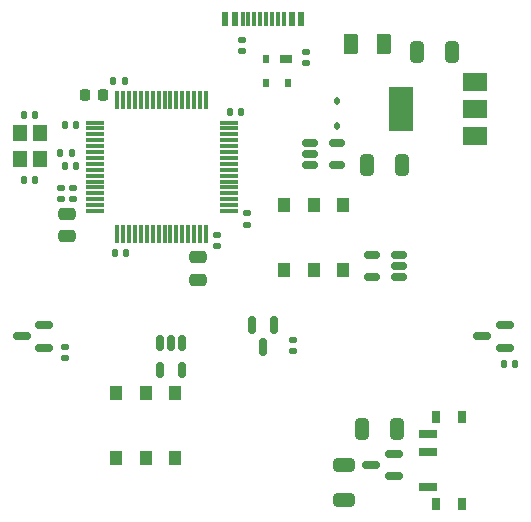
<source format=gbr>
%TF.GenerationSoftware,KiCad,Pcbnew,(7.0.0-0)*%
%TF.CreationDate,2023-03-26T23:48:35-05:00*%
%TF.ProjectId,RP2040_minimal,52503230-3430-45f6-9d69-6e696d616c2e,REV1*%
%TF.SameCoordinates,Original*%
%TF.FileFunction,Paste,Top*%
%TF.FilePolarity,Positive*%
%FSLAX46Y46*%
G04 Gerber Fmt 4.6, Leading zero omitted, Abs format (unit mm)*
G04 Created by KiCad (PCBNEW (7.0.0-0)) date 2023-03-26 23:48:35*
%MOMM*%
%LPD*%
G01*
G04 APERTURE LIST*
G04 Aperture macros list*
%AMRoundRect*
0 Rectangle with rounded corners*
0 $1 Rounding radius*
0 $2 $3 $4 $5 $6 $7 $8 $9 X,Y pos of 4 corners*
0 Add a 4 corners polygon primitive as box body*
4,1,4,$2,$3,$4,$5,$6,$7,$8,$9,$2,$3,0*
0 Add four circle primitives for the rounded corners*
1,1,$1+$1,$2,$3*
1,1,$1+$1,$4,$5*
1,1,$1+$1,$6,$7*
1,1,$1+$1,$8,$9*
0 Add four rect primitives between the rounded corners*
20,1,$1+$1,$2,$3,$4,$5,0*
20,1,$1+$1,$4,$5,$6,$7,0*
20,1,$1+$1,$6,$7,$8,$9,0*
20,1,$1+$1,$8,$9,$2,$3,0*%
G04 Aperture macros list end*
%ADD10RoundRect,0.150000X0.512500X0.150000X-0.512500X0.150000X-0.512500X-0.150000X0.512500X-0.150000X0*%
%ADD11RoundRect,0.250000X0.475000X-0.250000X0.475000X0.250000X-0.475000X0.250000X-0.475000X-0.250000X0*%
%ADD12RoundRect,0.225000X0.225000X0.250000X-0.225000X0.250000X-0.225000X-0.250000X0.225000X-0.250000X0*%
%ADD13RoundRect,0.150000X-0.512500X-0.150000X0.512500X-0.150000X0.512500X0.150000X-0.512500X0.150000X0*%
%ADD14R,0.600000X1.150000*%
%ADD15R,0.300000X1.150000*%
%ADD16RoundRect,0.140000X0.140000X0.170000X-0.140000X0.170000X-0.140000X-0.170000X0.140000X-0.170000X0*%
%ADD17R,0.800000X1.000000*%
%ADD18R,1.500000X0.700000*%
%ADD19RoundRect,0.150000X0.587500X0.150000X-0.587500X0.150000X-0.587500X-0.150000X0.587500X-0.150000X0*%
%ADD20R,1.200000X1.400000*%
%ADD21R,1.000000X0.700000*%
%ADD22R,0.600000X0.700000*%
%ADD23RoundRect,0.250000X-0.325000X-0.650000X0.325000X-0.650000X0.325000X0.650000X-0.325000X0.650000X0*%
%ADD24RoundRect,0.140000X-0.170000X0.140000X-0.170000X-0.140000X0.170000X-0.140000X0.170000X0.140000X0*%
%ADD25RoundRect,0.250000X-0.650000X0.325000X-0.650000X-0.325000X0.650000X-0.325000X0.650000X0.325000X0*%
%ADD26R,1.000000X1.200000*%
%ADD27R,2.000000X1.500000*%
%ADD28R,2.000000X3.800000*%
%ADD29RoundRect,0.140000X0.170000X-0.140000X0.170000X0.140000X-0.170000X0.140000X-0.170000X-0.140000X0*%
%ADD30RoundRect,0.250000X0.325000X0.650000X-0.325000X0.650000X-0.325000X-0.650000X0.325000X-0.650000X0*%
%ADD31RoundRect,0.140000X-0.140000X-0.170000X0.140000X-0.170000X0.140000X0.170000X-0.140000X0.170000X0*%
%ADD32RoundRect,0.135000X0.135000X0.185000X-0.135000X0.185000X-0.135000X-0.185000X0.135000X-0.185000X0*%
%ADD33RoundRect,0.150000X-0.150000X0.587500X-0.150000X-0.587500X0.150000X-0.587500X0.150000X0.587500X0*%
%ADD34RoundRect,0.150000X-0.150000X0.512500X-0.150000X-0.512500X0.150000X-0.512500X0.150000X0.512500X0*%
%ADD35RoundRect,0.112500X0.112500X-0.187500X0.112500X0.187500X-0.112500X0.187500X-0.112500X-0.187500X0*%
%ADD36RoundRect,0.135000X0.185000X-0.135000X0.185000X0.135000X-0.185000X0.135000X-0.185000X-0.135000X0*%
%ADD37RoundRect,0.075000X-0.700000X-0.075000X0.700000X-0.075000X0.700000X0.075000X-0.700000X0.075000X0*%
%ADD38RoundRect,0.075000X-0.075000X-0.700000X0.075000X-0.700000X0.075000X0.700000X-0.075000X0.700000X0*%
%ADD39RoundRect,0.250000X-0.375000X-0.625000X0.375000X-0.625000X0.375000X0.625000X-0.375000X0.625000X0*%
%ADD40RoundRect,0.250000X-0.475000X0.250000X-0.475000X-0.250000X0.475000X-0.250000X0.475000X0.250000X0*%
G04 APERTURE END LIST*
D10*
%TO.C,U6*%
X11497500Y5020000D03*
X11497500Y5970000D03*
X11497500Y6920000D03*
X9222500Y6920000D03*
X9222500Y5020000D03*
%TD*%
D11*
%TO.C,FB1*%
X-16630000Y8460000D03*
X-16630000Y10360000D03*
%TD*%
D12*
%TO.C,C1*%
X-13575000Y20400000D03*
X-15125000Y20400000D03*
%TD*%
D13*
%TO.C,Q1*%
X3970000Y16365000D03*
X3970000Y15415000D03*
X3970000Y14465000D03*
X6245000Y14465000D03*
X6245000Y16365000D03*
%TD*%
D14*
%TO.C,P1*%
X3199999Y26894999D03*
X2399999Y26894999D03*
D15*
X1249999Y26894999D03*
X249999Y26894999D03*
X-249999Y26894999D03*
X-1249999Y26894999D03*
D14*
X-2399999Y26894999D03*
X-3199999Y26894999D03*
X-3199999Y26894999D03*
X-2399999Y26894999D03*
D15*
X-1749999Y26894999D03*
X-749999Y26894999D03*
X749999Y26894999D03*
X1749999Y26894999D03*
D14*
X2399999Y26894999D03*
X3199999Y26894999D03*
%TD*%
D16*
%TO.C,C5*%
X-11580000Y7040000D03*
X-12540000Y7040000D03*
%TD*%
D17*
%TO.C,SW1*%
X14599999Y-14169999D03*
X16809999Y-14169999D03*
X14599999Y-6869999D03*
X16809999Y-6869999D03*
D18*
X13949999Y-12769999D03*
X13949999Y-9769999D03*
X13949999Y-8269999D03*
%TD*%
D19*
%TO.C,U9*%
X20437500Y-950000D03*
X20437500Y950000D03*
X18562500Y0D03*
%TD*%
%TO.C,U2*%
X11037500Y-11860000D03*
X11037500Y-9960000D03*
X9162500Y-10910000D03*
%TD*%
D20*
%TO.C,Y1*%
X-20609999Y17204999D03*
X-20609999Y15004999D03*
X-18909999Y15004999D03*
X-18909999Y17204999D03*
%TD*%
D21*
%TO.C,U3*%
X1909999Y23479999D03*
D22*
X209999Y23479999D03*
X209999Y21479999D03*
X2109999Y21479999D03*
%TD*%
D23*
%TO.C,C9*%
X13015000Y24090000D03*
X15965000Y24090000D03*
%TD*%
D16*
%TO.C,C2*%
X-15810000Y17900000D03*
X-16770000Y17900000D03*
%TD*%
D24*
%TO.C,R1*%
X3600000Y24065000D03*
X3600000Y23105000D03*
%TD*%
D25*
%TO.C,C11*%
X6872500Y-10925000D03*
X6872500Y-13875000D03*
%TD*%
D26*
%TO.C,SW4*%
X6799999Y5619999D03*
X4299999Y5619999D03*
X1799999Y5619999D03*
X6799999Y11119999D03*
X4299999Y11119999D03*
X1799999Y11119999D03*
%TD*%
D27*
%TO.C,U1*%
X17939999Y16939999D03*
X17939999Y19239999D03*
D28*
X11639999Y19239999D03*
D27*
X17939999Y21539999D03*
%TD*%
D29*
%TO.C,C17*%
X-16820000Y-1860000D03*
X-16820000Y-900000D03*
%TD*%
%TO.C,C8*%
X-16070000Y11610000D03*
X-16070000Y12570000D03*
%TD*%
D30*
%TO.C,C10*%
X11735000Y14480000D03*
X8785000Y14480000D03*
%TD*%
D26*
%TO.C,SW2*%
X-12459999Y-4799999D03*
X-9959999Y-4799999D03*
X-7459999Y-4799999D03*
X-12459999Y-10299999D03*
X-9959999Y-10299999D03*
X-7459999Y-10299999D03*
%TD*%
D31*
%TO.C,C3*%
X-12675000Y21630000D03*
X-11715000Y21630000D03*
%TD*%
D16*
%TO.C,C13*%
X-15850000Y14430000D03*
X-16810000Y14430000D03*
%TD*%
D32*
%TO.C,R5*%
X-16150000Y15490000D03*
X-17170000Y15490000D03*
%TD*%
D33*
%TO.C,U8*%
X950000Y937500D03*
X-950000Y937500D03*
X0Y-937500D03*
%TD*%
D31*
%TO.C,C6*%
X-2850000Y19020000D03*
X-1890000Y19020000D03*
%TD*%
D29*
%TO.C,C19*%
X2510000Y-1260000D03*
X2510000Y-300000D03*
%TD*%
D34*
%TO.C,U4*%
X-6875000Y-600000D03*
X-7825000Y-600000D03*
X-8775000Y-600000D03*
X-8775000Y-2875000D03*
X-6875000Y-2875000D03*
%TD*%
D35*
%TO.C,D1*%
X6240000Y17825000D03*
X6240000Y19925000D03*
%TD*%
D19*
%TO.C,U7*%
X-18562500Y-950000D03*
X-18562500Y950000D03*
X-20437500Y0D03*
%TD*%
D24*
%TO.C,R2*%
X-1758000Y25097000D03*
X-1758000Y24137000D03*
%TD*%
D36*
%TO.C,R4*%
X-1340000Y9450000D03*
X-1340000Y10470000D03*
%TD*%
D29*
%TO.C,C7*%
X-17150000Y11620000D03*
X-17150000Y12580000D03*
%TD*%
D16*
%TO.C,C18*%
X21360000Y-2340000D03*
X20400000Y-2340000D03*
%TD*%
D30*
%TO.C,C12*%
X11307500Y-7830000D03*
X8357500Y-7830000D03*
%TD*%
D16*
%TO.C,C15*%
X-19290000Y13245000D03*
X-20250000Y13245000D03*
%TD*%
D24*
%TO.C,C4*%
X-3890000Y8591041D03*
X-3890000Y7631041D03*
%TD*%
D31*
%TO.C,C14*%
X-20255000Y18725000D03*
X-19295000Y18725000D03*
%TD*%
D37*
%TO.C,U5*%
X-14275000Y18100000D03*
X-14275000Y17600000D03*
X-14275000Y17100000D03*
X-14275000Y16600000D03*
X-14275000Y16100000D03*
X-14275000Y15600000D03*
X-14275000Y15100000D03*
X-14275000Y14600000D03*
X-14275000Y14100000D03*
X-14275000Y13600000D03*
X-14275000Y13100000D03*
X-14275000Y12600000D03*
X-14275000Y12100000D03*
X-14275000Y11600000D03*
X-14275000Y11100000D03*
X-14275000Y10600000D03*
D38*
X-12350000Y8675000D03*
X-11850000Y8675000D03*
X-11350000Y8675000D03*
X-10850000Y8675000D03*
X-10350000Y8675000D03*
X-9850000Y8675000D03*
X-9350000Y8675000D03*
X-8850000Y8675000D03*
X-8350000Y8675000D03*
X-7850000Y8675000D03*
X-7350000Y8675000D03*
X-6850000Y8675000D03*
X-6350000Y8675000D03*
X-5850000Y8675000D03*
X-5350000Y8675000D03*
X-4850000Y8675000D03*
D37*
X-2925000Y10600000D03*
X-2925000Y11100000D03*
X-2925000Y11600000D03*
X-2925000Y12100000D03*
X-2925000Y12600000D03*
X-2925000Y13100000D03*
X-2925000Y13600000D03*
X-2925000Y14100000D03*
X-2925000Y14600000D03*
X-2925000Y15100000D03*
X-2925000Y15600000D03*
X-2925000Y16100000D03*
X-2925000Y16600000D03*
X-2925000Y17100000D03*
X-2925000Y17600000D03*
X-2925000Y18100000D03*
D38*
X-4850000Y20025000D03*
X-5350000Y20025000D03*
X-5850000Y20025000D03*
X-6350000Y20025000D03*
X-6850000Y20025000D03*
X-7350000Y20025000D03*
X-7850000Y20025000D03*
X-8350000Y20025000D03*
X-8850000Y20025000D03*
X-9350000Y20025000D03*
X-9850000Y20025000D03*
X-10350000Y20025000D03*
X-10850000Y20025000D03*
X-11350000Y20025000D03*
X-11850000Y20025000D03*
X-12350000Y20025000D03*
%TD*%
D39*
%TO.C,F1*%
X7450000Y24770000D03*
X10250000Y24770000D03*
%TD*%
D40*
%TO.C,C16*%
X-5540000Y6690000D03*
X-5540000Y4790000D03*
%TD*%
M02*

</source>
